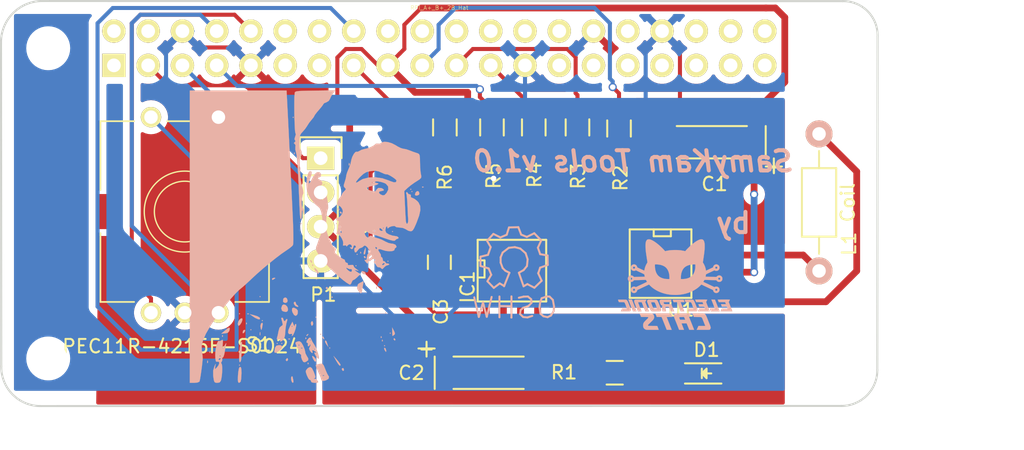
<source format=kicad_pcb>
(kicad_pcb (version 20221018) (generator pcbnew)
  (title_block (title "SamyKamTools") (date "2016-12-19") (rev "1.0") (company "Electronic Cats") (comment 1 "Andres Sabas"))
  (layers (0 "F.Cu" signal) (31 "B.Cu" signal) (34 "B.Paste" user) (35 "F.Paste" user) (36 "B.SilkS" user "B.Silkscreen") (37 "F.SilkS" user "F.Silkscreen") (38 "B.Mask" user) (39 "F.Mask" user) (44 "Edge.Cuts" user))
  (net 0 "")
  (net 1 "VCC")
  (net 2 "GND")
  (net 3 "/RST")
  (net 4 "/MOSI")
  (net 5 "/MISO")
  (net 6 "/SCK")
  (net 7 "Net-(L1-Pad1)")
  (net 8 "Net-(L1-Pad2)")
  (net 9 "Net-(U2-Pad2)")
  (net 10 "Net-(U2-Pad4)")
  (net 11 "Net-(U2-Pad13)")
  (net 12 "Net-(U2-Pad14)")
  (net 13 "Net-(U2-Pad20)")
  (net 14 "Net-(U2-Pad22)")
  (net 15 "Net-(U2-Pad24)")
  (net 16 "Net-(U2-Pad27)")
  (net 17 "Net-(U2-Pad28)")
  (net 18 "Net-(U2-Pad32)")
  (net 19 "Net-(U2-Pad33)")
  (net 20 "Net-(U2-Pad36)")
  (net 21 "Net-(U2-Pad37)")
  (net 22 "Net-(U2-Pad38)")
  (net 23 "Net-(U2-Pad39)")
  (net 24 "Net-(U2-Pad18)")
  (net 25 "/GPIO4")
  (net 26 "Net-(U2-Pad35)")
  (net 27 "Net-(U2-Pad40)")
  (net 28 "Net-(D1-Pad2)")
  (net 29 "Net-(D1-Pad1)")
  (net 30 "Net-(IC1-Pad6)")
  (net 31 "Net-(IC1-Pad5)")
  (net 32 "Net-(IC1-Pad3)")
  (net 33 "Net-(IC1-Pad1)")
  (net 34 "/SDA")
  (net 35 "/SCL")
  (net 36 "Net-(U1-Pad8)")
  (net 37 "Net-(U1-Pad1)")
  (net 38 "/GPIO15")
  (net 39 "Net-(U2-Pad26)")
  (net 40 "Net-(U2-Pad29)")
  (net 41 "Net-(U2-Pad31)")
  (net 42 "/GPIO23")
  (net 43 "/GPIO14")
  (net 44 "Net-(U2-Pad11)")
  (net 45 "Net-(U2-Pad12)")
  (footprint "Resistors_ThroughHole:Resistor_Horizontal_RM10mm" (layer "F.Cu") (at 146.05 137.16 90)
    (fp_text reference "L1" (at -3.07 2.23 90) (layer "F.SilkS"))
    (fp_text value "Coil" (at -0.02 2.13 90) (layer "F.SilkS"))
    (pad "1" thru_hole circle (at -5.08 0 90) (size 1.99898 1.99898) (drill 1.00076) (layers "*.Cu" "*.SilkS" "*.Mask") (net 7 "Net-(L1-Pad1)"))
    (pad "2" thru_hole circle (at 5.08 0 90) (size 1.99898 1.99898) (drill 1.00076) (layers "*.Cu" "*.SilkS" "*.Mask") (net 8 "Net-(L1-Pad2)"))
  )
  (footprint "TIH:z_RPiZero_Hat_NPTH" (layer "F.Cu") (at 117.9 137.23)
    (fp_text reference "U2")
    (fp_text value "RPi_A+_B+_2B_Hat" (at 0 -14.5) (layer "F.SilkS") (effects (font (size 0.3 0.3) (thickness 0.03))))
    (pad "" np_thru_hole circle (at -29 -11.5) (size 2.75 2.75) (drill 2.75) (layers "*.Cu" "*.Mask"))
    (pad "" np_thru_hole circle (at -29 11.5) (size 2.75 2.75) (drill 2.75) (layers "*.Cu" "*.Mask"))
    (pad "" np_thru_hole circle (at 29 -11.5) (size 2.75 2.75) (drill 2.75) (layers "*.Cu" "*.Mask"))
    (pad "" np_thru_hole circle (at 29 11.5) (size 2.75 2.75) (drill 2.75) (layers "*.Cu" "*.Mask"))
    (pad "1" thru_hole rect (at -24.13 -10.23 180) (size 1.7272 1.7272) (drill 1.016) (layers "*.Cu" "*.Mask" "F.SilkS") (net 1 "VCC"))
    (pad "2" thru_hole circle (at -24.13 -12.77 180) (size 1.7272 1.7272) (drill 1.016) (layers "*.Cu" "*.Mask" "F.SilkS") (net 9 "Net-(U2-Pad2)"))
    (pad "3" thru_hole circle (at -21.59 -10.23 180) (size 1.7272 1.7272) (drill 1.016) (layers "*.Cu" "*.Mask" "F.SilkS") (net 34 "/SDA"))
    (pad "4" thru_hole circle (at -21.59 -12.77 180) (size 1.7272 1.7272) (drill 1.016) (layers "*.Cu" "*.Mask" "F.SilkS") (net 10 "Net-(U2-Pad4)"))
    (pad "5" thru_hole circle (at -19.05 -10.23 180) (size 1.7272 1.7272) (drill 1.016) (layers "*.Cu" "*.Mask" "F.SilkS") (net 35 "/SCL"))
    (pad "6" thru_hole circle (at -19.05 -12.77 180) (size 1.7272 1.7272) (drill 1.016) (layers "*.Cu" "*.Mask" "F.SilkS") (net 2 "GND"))
    (pad "7" thru_hole circle (at -16.51 -10.23 180) (size 1.7272 1.7272) (drill 1.016) (layers "*.Cu" "*.Mask" "F.SilkS") (net 25 "/GPIO4"))
    (pad "8" thru_hole circle (at -16.51 -12.77 180) (size 1.7272 1.7272) (drill 1.016) (layers "*.Cu" "*.Mask" "F.SilkS") (net 43 "/GPIO14"))
    (pad "9" thru_hole circle (at -13.97 -10.23 180) (size 1.7272 1.7272) (drill 1.016) (layers "*.Cu" "*.Mask" "F.SilkS") (net 2 "GND"))
    (pad "10" thru_hole circle (at -13.97 -12.77 180) (size 1.7272 1.7272) (drill 1.016) (layers "*.Cu" "*.Mask" "F.SilkS") (net 38 "/GPIO15"))
    (pad "11" thru_hole circle (at -11.43 -10.23 180) (size 1.7272 1.7272) (drill 1.016) (layers "*.Cu" "*.Mask" "F.SilkS") (net 44 "Net-(U2-Pad11)"))
    (pad "12" thru_hole circle (at -11.43 -12.77 180) (size 1.7272 1.7272) (drill 1.016) (layers "*.Cu" "*.Mask" "F.SilkS") (net 45 "Net-(U2-Pad12)"))
    (pad "13" thru_hole circle (at -8.89 -10.23 180) (size 1.7272 1.7272) (drill 1.016) (layers "*.Cu" "*.Mask" "F.SilkS") (net 11 "Net-(U2-Pad13)"))
    (pad "14" thru_hole circle (at -8.89 -12.77 180) (size 1.7272 1.7272) (drill 1.016) (layers "*.Cu" "*.Mask" "F.SilkS") (net 12 "Net-(U2-Pad14)"))
    (pad "15" thru_hole circle (at -6.35 -10.23 180) (size 1.7272 1.7272) (drill 1.016) (layers "*.Cu" "*.Mask" "F.SilkS") (net 3 "/RST"))
    (pad "16" thru_hole circle (at -6.35 -12.77 180) (size 1.7272 1.7272) (drill 1.016) (layers "*.Cu" "*.Mask" "F.SilkS") (net 42 "/GPIO23"))
    (pad "17" thru_hole circle (at -3.81 -10.23 180) (size 1.7272 1.7272) (drill 1.016) (layers "*.Cu" "*.Mask" "F.SilkS") (net 1 "VCC"))
    (pad "18" thru_hole circle (at -3.81 -12.77 180) (size 1.7272 1.7272) (drill 1.016) (layers "*.Cu" "*.Mask" "F.SilkS") (net 24 "Net-(U2-Pad18)"))
    (pad "19" thru_hole circle (at -1.27 -10.23 180) (size 1.7272 1.7272) (drill 1.016) (layers "*.Cu" "*.Mask" "F.SilkS") (net 4 "/MOSI"))
    (pad "20" thru_hole circle (at -1.27 -12.77 180) (size 1.7272 1.7272) (drill 1.016) (layers "*.Cu" "*.Mask" "F.SilkS") (net 13 "Net-(U2-Pad20)"))
    (pad "21" thru_hole circle (at 1.27 -10.23 180) (size 1.7272 1.7272) (drill 1.016) (layers "*.Cu" "*.Mask" "F.SilkS") (net 5 "/MISO"))
    (pad "22" thru_hole circle (at 1.27 -12.77 180) (size 1.7272 1.7272) (drill 1.016) (layers "*.Cu" "*.Mask" "F.SilkS") (net 14 "Net-(U2-Pad22)"))
    (pad "23" thru_hole circle (at 3.81 -10.23 180) (size 1.7272 1.7272) (drill 1.016) (layers "*.Cu" "*.Mask" "F.SilkS") (net 6 "/SCK"))
    (pad "24" thru_hole circle (at 3.81 -12.77 180) (size 1.7272 1.7272) (drill 1.016) (layers "*.Cu" "*.Mask" "F.SilkS") (net 15 "Net-(U2-Pad24)"))
    (pad "25" thru_hole circle (at 6.35 -10.23 180) (size 1.7272 1.7272) (drill 1.016) (layers "*.Cu" "*.Mask" "F.SilkS") (net 2 "GND"))
    (pad "26" thru_hole circle (at 6.35 -12.77 180) (size 1.7272 1.7272) (drill 1.016) (layers "*.Cu" "*.Mask" "F.SilkS") (net 39 "Net-(U2-Pad26)"))
    (pad "27" thru_hole circle (at 8.89 -10.23 180) (size 1.7272 1.7272) (drill 1.016) (layers "*.Cu" "*.Mask" "F.SilkS") (net 16 "Net-(U2-Pad27)"))
    (pad "28" thru_hole circle (at 8.89 -12.77 180) (size 1.7272 1.7272) (drill 1.016) (layers "*.Cu" "*.Mask" "F.SilkS") (net 17 "Net-(U2-Pad28)"))
    (pad "29" thru_hole circle (at 11.43 -10.23 180) (size 1.7272 1.7272) (drill 1.016) (layers "*.Cu" "*.Mask" "F.SilkS") (net 40 "Net-(U2-Pad29)"))
    (pad "30" thru_hole circle (at 11.43 -12.77 180) (size 1.7272 1.7272) (drill 1.016) (layers "*.Cu" "*.Mask" "F.SilkS") (net 2 "GND"))
    (pad "31" thru_hole circle (at 13.97 -10.23 180) (size 1.7272 1.7272) (drill 1.016) (layers "*.Cu" "*.Mask" "F.SilkS") (net 41 "Net-(U2-Pad31)"))
    (pad "32" thru_hole circle (at 13.97 -12.77 180) (size 1.7272 1.7272) (drill 1.016) (layers "*.Cu" "*.Mask" "F.SilkS") (net 18 "Net-(U2-Pad32)"))
    (pad "33" thru_hole circle (at 16.51 -10.23 180) (size 1.7272 1.7272) (drill 1.016) (layers "*.Cu" "*.Mask" "F.SilkS") (net 19 "Net-(U2-Pad33)"))
    (pad "34" thru_hole circle (at 16.51 -12.77 180) (size 1.7272 1.7272) (drill 1.016) (layers "*.Cu" "*.Mask" "F.SilkS") (net 2 "GND"))
    (pad "35" thru_hole circle (at 19.05 -10.23 180) (size 1.7272 1.7272) (drill 1.016) (layers "*.Cu" "*.Mask" "F.SilkS") (net 26 "Net-(U2-Pad35)"))
    (pad "36" thru_hole circle (at 19.05 -12.77 180) (size 1.7272 1.7272) (drill 1.016) (layers "*.Cu" "*.Mask" "F.SilkS") (net 20 "Net-(U2-Pad36)"))
    (pad "37" thru_hole circle (at 21.59 -10.23 180) (size 1.7272 1.7272) (drill 1.016) (layers "*.Cu" "*.Mask" "F.SilkS") (net 21 "Net-(U2-Pad37)"))
    (pad "38" thru_hole circle (at 21.59 -12.77 180) (size 1.7272 1.7272) (drill 1.016) (layers "*.Cu" "*.Mask" "F.SilkS") (net 22 "Net-(U2-Pad38)"))
    (pad "39" thru_hole circle (at 24.13 -10.23 180) (size 1.7272 1.7272) (drill 1.016) (layers "*.Cu" "*.Mask" "F.SilkS") (net 23 "Net-(U2-Pad39)"))
    (pad "40" thru_hole circle (at 24.13 -12.77 180) (size 1.7272 1.7272) (drill 1.016) (layers "*.Cu" "*.Mask" "F.SilkS") (net 27 "Net-(U2-Pad40)"))
  )
  (footprint "LEDs:LED_0805" (layer "F.Cu") (at 137.71 149.84)
    (fp_text reference "D1" (at 0 -1.75) (layer "F.SilkS"))
    (fp_text value "LED")
    (pad "1" smd rect (at -1.04902 0 180) (size 1.19888 1.19888) (layers "F.Cu" "F.Paste" "F.Mask") (net 29 "Net-(D1-Pad1)"))
    (pad "2" smd rect (at 1.04902 0 180) (size 1.19888 1.19888) (layers "F.Cu" "F.Paste" "F.Mask") (net 28 "Net-(D1-Pad2)"))
  )
  (footprint "SMD_Packages:SOIC-8-N" (layer "F.Cu") (at 123.28 142.22)
    (fp_text reference "IC1" (at -3.29 1.21 90) (layer "F.SilkS"))
    (fp_text value "ATTINY85-P")
    (pad "1" smd rect (at -1.905 3.175) (size 0.508 1.143) (layers "F.Cu" "F.Paste" "F.Mask") (net 33 "Net-(IC1-Pad1)"))
    (pad "2" smd rect (at -0.635 3.175) (size 0.508 1.143) (layers "F.Cu" "F.Paste" "F.Mask") (net 28 "Net-(D1-Pad2)"))
    (pad "3" smd rect (at 0.635 3.175) (size 0.508 1.143) (layers "F.Cu" "F.Paste" "F.Mask") (net 32 "Net-(IC1-Pad3)"))
    (pad "4" smd rect (at 1.905 3.175) (size 0.508 1.143) (layers "F.Cu" "F.Paste" "F.Mask") (net 2 "GND"))
    (pad "5" smd rect (at 1.905 -3.175) (size 0.508 1.143) (layers "F.Cu" "F.Paste" "F.Mask") (net 31 "Net-(IC1-Pad5)"))
    (pad "6" smd rect (at 0.635 -3.175) (size 0.508 1.143) (layers "F.Cu" "F.Paste" "F.Mask") (net 30 "Net-(IC1-Pad6)"))
    (pad "7" smd rect (at -0.635 -3.175) (size 0.508 1.143) (layers "F.Cu" "F.Paste" "F.Mask") (net 25 "/GPIO4"))
    (pad "8" smd rect (at -1.905 -3.175) (size 0.508 1.143) (layers "F.Cu" "F.Paste" "F.Mask") (net 1 "VCC"))
  )
  (footprint "Pin_Headers:Pin_Header_Straight_1x04" (layer "F.Cu") (at 109.1 133.88)
    (fp_text reference "P1" (at 0.2 10.12) (layer "F.SilkS"))
    (fp_text value "OLED" (at 3 3.82 90) (layer "F.SilkS"))
    (pad "1" thru_hole rect (at 0 0) (size 2.032 1.7272) (drill 1.016) (layers "*.Cu" "*.Mask" "F.SilkS") (net 34 "/SDA"))
    (pad "2" thru_hole oval (at 0 2.54) (size 2.032 1.7272) (drill 1.016) (layers "*.Cu" "*.Mask" "F.SilkS") (net 35 "/SCL"))
    (pad "3" thru_hole oval (at 0 5.08) (size 2.032 1.7272) (drill 1.016) (layers "*.Cu" "*.Mask" "F.SilkS") (net 1 "VCC"))
    (pad "4" thru_hole oval (at 0 7.62) (size 2.032 1.7272) (drill 1.016) (layers "*.Cu" "*.Mask" "F.SilkS") (net 2 "GND"))
  )
  (footprint "Resistors_SMD:R_0805_HandSoldering" (layer "F.Cu") (at 130.9 149.79 180)
    (fp_text reference "R1" (at 3.76 0.03 180) (layer "F.SilkS"))
    (fp_text value "330")
    (pad "1" smd rect (at -1.35 0 180) (size 1.5 1.3) (layers "F.Cu" "F.Paste" "F.Mask") (net 29 "Net-(D1-Pad1)"))
    (pad "2" smd rect (at 1.35 0 180) (size 1.5 1.3) (layers "F.Cu" "F.Paste" "F.Mask") (net 2 "GND"))
  )
  (footprint "Resistors_SMD:R_0805_HandSoldering" (layer "F.Cu") (at 131.22 131.68 -90)
    (fp_text reference "R2" (at 3.68 -0.11 270) (layer "F.SilkS"))
    (fp_text value "1K")
    (pad "1" smd rect (at -1.35 0 270) (size 1.5 1.3) (layers "F.Cu" "F.Paste" "F.Mask") (net 4 "/MOSI"))
    (pad "2" smd rect (at 1.35 0 270) (size 1.5 1.3) (layers "F.Cu" "F.Paste" "F.Mask") (net 31 "Net-(IC1-Pad5)"))
  )
  (footprint "Resistors_SMD:R_0805_HandSoldering" (layer "F.Cu") (at 128.14 131.6 -90)
    (fp_text reference "R3" (at 3.62 -0.05 270) (layer "F.SilkS"))
    (fp_text value "1K")
    (pad "1" smd rect (at -1.35 0 270) (size 1.5 1.3) (layers "F.Cu" "F.Paste" "F.Mask") (net 5 "/MISO"))
    (pad "2" smd rect (at 1.35 0 270) (size 1.5 1.3) (layers "F.Cu" "F.Paste" "F.Mask") (net 30 "Net-(IC1-Pad6)"))
  )
  (footprint "Resistors_SMD:R_0805_HandSoldering" (layer "F.Cu") (at 124.9 131.6 -90)
    (fp_text reference "R4" (at 3.52 -0.05 270) (layer "F.SilkS"))
    (fp_text value "1K")
    (pad "1" smd rect (at -1.35 0 270) (size 1.5 1.3) (layers "F.Cu" "F.Paste" "F.Mask") (net 6 "/SCK"))
    (pad "2" smd rect (at 1.35 0 270) (size 1.5 1.3) (layers "F.Cu" "F.Paste" "F.Mask") (net 25 "/GPIO4"))
  )
  (footprint "Resistors_SMD:R_0805_HandSoldering" (layer "F.Cu") (at 121.8 131.6 -90)
    (fp_text reference "R5" (at 3.6 -0.12 270) (layer "F.SilkS"))
    (fp_text value "10K")
    (pad "1" smd rect (at -1.35 0 270) (size 1.5 1.3) (layers "F.Cu" "F.Paste" "F.Mask") (net 25 "/GPIO4"))
    (pad "2" smd rect (at 1.35 0 270) (size 1.5 1.3) (layers "F.Cu" "F.Paste" "F.Mask") (net 2 "GND"))
  )
  (footprint "Resistors_SMD:R_0805_HandSoldering" (layer "F.Cu") (at 118.31 131.6 90)
    (fp_text reference "R6" (at -3.7 -0.01 90) (layer "F.SilkS"))
    (fp_text value "1K")
    (pad "1" smd rect (at -1.35 0 90) (size 1.5 1.3) (layers "F.Cu" "F.Paste" "F.Mask") (net 33 "Net-(IC1-Pad1)"))
    (pad "2" smd rect (at 1.35 0 90) (size 1.5 1.3) (layers "F.Cu" "F.Paste" "F.Mask") (net 3 "/RST"))
  )
  (footprint "Libs:SW_PEC11R-4215F-S0024" (layer "F.Cu") (at 99.02 137.84)
    (fp_text reference "S1" (at 5.48 9.86) (layer "F.SilkS"))
    (fp_text value "PEC11R-4215F-S0024" (at -0.214 9.988) (layer "F.SilkS"))
    (pad "1" thru_hole circle (at -2.5 -7) (size 1.508 1.508) (drill 1) (layers "*.Cu" "*.Mask" "F.SilkS") (net 42 "/GPIO23"))
    (pad "2" thru_hole circle (at 2.5 -7) (size 1.508 1.508) (drill 1) (layers "*.Cu" "*.Mask" "F.SilkS") (net 2 "GND"))
    (pad "A" thru_hole circle (at -2.5 7.5) (size 1.508 1.508) (drill 1) (layers "*.Cu" "*.Mask" "F.SilkS") (net 38 "/GPIO15"))
    (pad "B" thru_hole circle (at 2.5 7.5) (size 1.508 1.508) (drill 1) (layers "*.Cu" "*.Mask" "F.SilkS") (net 43 "/GPIO14"))
    (pad "C" thru_hole circle (at 0 7.5) (size 1.508 1.508) (drill 1) (layers "*.Cu" "*.Mask" "F.SilkS") (net 2 "GND"))
    (pad "P1" smd rect (at -5.7 0) (size 1.8 2.6) (layers "F.Cu" "F.Paste" "F.Mask"))
    (pad "P2" smd rect (at 5.7 0) (size 1.8 2.6) (layers "F.Cu" "F.Paste" "F.Mask"))
  )
  (footprint "SMD_Packages:SOIC-8-N" (layer "F.Cu") (at 134.3 141.7 -90)
    (fp_text reference "U1" (at 3.4 -1.5) (layer "F.SilkS"))
    (fp_text value "TC4424")
    (pad "1" smd rect (at -1.905 3.175 270) (size 0.508 1.143) (layers "F.Cu" "F.Paste" "F.Mask") (net 37 "Net-(U1-Pad1)"))
    (pad "2" smd rect (at -0.635 3.175 270) (size 0.508 1.143) (layers "F.Cu" "F.Paste" "F.Mask") (net 31 "Net-(IC1-Pad5)"))
    (pad "3" smd rect (at 0.635 3.175 270) (size 0.508 1.143) (layers "F.Cu" "F.Paste" "F.Mask") (net 2 "GND"))
    (pad "4" smd rect (at 1.905 3.175 270) (size 0.508 1.143) (layers "F.Cu" "F.Paste" "F.Mask") (net 30 "Net-(IC1-Pad6)"))
    (pad "5" smd rect (at 1.905 -3.175 270) (size 0.508 1.143) (layers "F.Cu" "F.Paste" "F.Mask") (net 8 "Net-(L1-Pad2)"))
    (pad "6" smd rect (at 0.635 -3.175 270) (size 0.508 1.143) (layers "F.Cu" "F.Paste" "F.Mask") (net 1 "VCC"))
    (pad "7" smd rect (at -0.635 -3.175 270) (size 0.508 1.143) (layers "F.Cu" "F.Paste" "F.Mask") (net 7 "Net-(L1-Pad1)"))
    (pad "8" smd rect (at -1.905 -3.175 270) (size 0.508 1.143) (layers "F.Cu" "F.Paste" "F.Mask") (net 36 "Net-(U1-Pad8)"))
  )
  (footprint "Capacitors_Tantalum_SMD:TantalC_SizeA_EIA-3216_HandSoldering" (layer "F.Cu") (at 138.1 132.7 180)
    (fp_text reference "C1" (at -0.20066 -3.0988 180) (layer "F.SilkS"))
    (fp_text value "100uF")
    (fp_text user "+" (at -4.59994 -1.80086 180) (layer "F.SilkS"))
    (pad "1" smd rect (at -1.99898 0 180) (size 2.99974 1.50114) (layers "F.Cu" "F.Paste" "F.Mask") (net 1 "VCC"))
    (pad "2" smd rect (at 1.99898 0 180) (size 2.99974 1.50114) (layers "F.Cu" "F.Paste" "F.Mask") (net 2 "GND"))
  )
  (footprint "Capacitors_Tantalum_SMD:TantalC_SizeA_EIA-3216_HandSoldering" (layer "F.Cu") (at 121.55 149.79)
    (fp_text reference "C2" (at -5.72 0.01) (layer "F.SilkS"))
    (fp_text value "100uF")
    (fp_text user "+" (at -4.59994 -1.80086) (layer "F.SilkS"))
    (pad "1" smd rect (at -1.99898 0) (size 2.99974 1.50114) (layers "F.Cu" "F.Paste" "F.Mask") (net 1 "VCC"))
    (pad "2" smd rect (at 1.99898 0) (size 2.99974 1.50114) (layers "F.Cu" "F.Paste" "F.Mask") (net 2 "GND"))
  )
  (footprint "Capacitors_SMD:C_0805_HandSoldering" (layer "F.Cu") (at 117.9 141.6 -90)
    (fp_text reference "C3" (at 3.67 -0.11 270) (layer "F.SilkS"))
    (fp_text value "0.1uF")
    (pad "1" smd rect (at -1.25 0 270) (size 1.5 1.25) (layers "F.Cu" "F.Paste" "F.Mask") (net 1 "VCC"))
    (pad "2" smd rect (at 1.25 0 270) (size 1.5 1.25) (layers "F.Cu" "F.Paste" "F.Mask") (net 2 "GND"))
  )
  (footprint "Symbols:Symbol_OSHW-Logo_SilkScreen" (layer "B.Cu") (at 123.444 141.478 180)
    (fp_text reference "" (at 0.09906 4.38912 180) (layer "B.SilkS") (effects (justify mirror)))
    (fp_text value "OSHW-Logo")
  )
  (footprint "theinventorhouse:electronic_cats_logo_8x6" (layer "B.Cu") (at 135.382 143.256 180)
    (fp_text reference "G***" hide)
    (fp_text value "LOGO" hide)
  )
  (footprint "TIH:samykamkar" (layer "B.Cu") (at 110.236 139.7 180)
    (fp_text reference "G***" hide)
    (fp_text value "LOGO" hide)
  )
  (gr_line (start 147.69 152.25) (end 88.3 152.26) (stroke (width 0.15)) (layer "Edge.Cuts"))
  (gr_arc (start 150.37 149.59) (mid 149.586681 151.480984) (end 147.689774 152.249846) (stroke (width 0.15)) (layer "Edge.Cuts"))
  (gr_arc (start 85.4 125.33) (mid 86.306333 123.115058) (end 88.52976 122.229744) (stroke (width 0.15)) (layer "Edge.Cuts"))
  (gr_line (start 150.39 124.86) (end 150.37 149.58) (stroke (width 0.15)) (layer "Edge.Cuts"))
  (gr_line (start 85.42 149.3) (end 85.4 125.33) (stroke (width 0.15)) (layer "Edge.Cuts"))
  (gr_arc (start 147.79 122.24) (mid 149.65472 122.989935) (end 150.391135 124.860036) (stroke (width 0.15)) (layer "Edge.Cuts"))
  (gr_line (start 88.53 122.23) (end 147.78 122.24) (stroke (width 0.15)) (layer "Edge.Cuts"))
  (gr_arc (start 88.31 152.26) (mid 86.244997 151.385947) (end 85.420591 149.300627) (stroke (width 0.15)) (layer "Edge.Cuts"))
  (gr_text "by" (at 139.7 138.684) (layer "B.SilkS") (effects (font (size 1.5 1.5) (thickness 0.3)) (justify mirror)))
  (gr_text "SamyKam Tools v1.0" (at 132.334 134.112) (layer "B.SilkS") (effects (font (size 1.5 1.5) (thickness 0.3) italic) (justify mirror)))
  (segment (start 142.112519 122.746389) (end 142.812389 122.746389) (width 0.5) (layer "F.Cu") (net 1))
  (segment (start 117.9 139.3) (end 120 137.2) (width 0.5) (layer "F.Cu") (net 1))
  (segment (start 111.252 131.064) (end 111.252 136.9604) (width 0.5) (layer "F.Cu") (net 1))
  (segment (start 119.55102 149.79) (end 118.80172 149.79) (width 0.3) (layer "F.Cu") (net 1))
  (segment (start 120 137.2) (end 120 129) (width 0.5) (layer "F.Cu") (net 1))
  (segment (start 115.303601 123.990269) (end 115.303601 125.786399) (width 0.3) (layer "F.Cu") (net 1))
  (segment (start 120 129) (end 116.09 129) (width 0.5) (layer "F.Cu") (net 1))
  (segment (start 119.08 139.045) (end 120.821 139.045) (width 0.5) (layer "F.Cu") (net 1))
  (segment (start 114.953599 126.136401) (end 114.09 127) (width 0.3) (layer "F.Cu") (net 1))
  (segment (start 117.75115 147.45875) (end 109.2524 138.96) (width 0.5) (layer "F.Cu") (net 1))
  (segment (start 110.967471 125.786399) (end 110.336399 126.417471) (width 0.3) (layer "F.Cu") (net 1))
  (segment (start 142.112519 122.746389) (end 116.547481 122.746389) (width 0.5) (layer "F.Cu") (net 1))
  (segment (start 137.7925 142.335) (end 137.475 142.335) (width 0.28) (layer "F.Cu") (net 1))
  (segment (start 137.475 142.335) (end 141.235 142.335) (width 0.5) (layer "F.Cu") (net 1))
  (segment (start 118.80172 149.79) (end 117.75115 148.73943) (width 0.5) (layer "F.Cu") (net 1))
  (segment (start 143.51 128.23841) (end 143.243601 128.504809) (width 0.5) (layer "F.Cu") (net 1))
  (segment (start 117.9 140.35) (end 117.9 140.225) (width 0.3) (layer "F.Cu") (net 1))
  (segment (start 140.09898 132.7) (end 140.09898 131.64943) (width 0.5) (layer "F.Cu") (net 1))
  (segment (start 117.9 140.35) (end 117.9 139.3) (width 0.5) (layer "F.Cu") (net 1))
  (segment (start 112.132529 125.786399) (end 110.967471 125.786399) (width 0.3) (layer "F.Cu") (net 1))
  (segment (start 117.9 140.225) (end 119.08 139.045) (width 0.5) (layer "F.Cu") (net 1))
  (segment (start 109.1 138.96) (end 108.9476 138.96) (width 0.3) (layer "F.Cu") (net 1))
  (segment (start 113.34613 127) (end 112.132529 125.786399) (width 0.3) (layer "F.Cu") (net 1))
  (segment (start 141.235 133.83602) (end 140.09898 132.7) (width 0.5) (layer "F.Cu") (net 1))
  (segment (start 141.235 136.565) (end 141.235 133.83602) (width 0.5) (layer "F.Cu") (net 1))
  (segment (start 142.812389 122.746389) (end 143.51 123.444) (width 0.5) (layer "F.Cu") (net 1))
  (segment (start 143.51 123.444) (end 143.51 128.23841) (width 0.5) (layer "F.Cu") (net 1))
  (segment (start 109.2524 138.96) (end 109.1 138.96) (width 0.3) (layer "F.Cu") (net 1))
  (segment (start 140.09898 131.64943) (end 143.243601 128.504809) (width 0.5) (layer "F.Cu") (net 1))
  (segment (start 110.336399 126.417471) (end 110.336399 130.148399) (width 0.3) (layer "F.Cu") (net 1))
  (segment (start 111.252 136.9604) (end 110.46601 137.74639) (width 0.5) (layer "F.Cu") (net 1))
  (segment (start 116.547481 122.746389) (end 115.303601 123.990269) (width 0.3) (layer "F.Cu") (net 1))
  (segment (start 120.821 139.045) (end 121.375 139.045) (width 0.5) (layer "F.Cu") (net 1))
  (segment (start 114.09 127) (end 113.34613 127) (width 0.3) (layer "F.Cu") (net 1))
  (segment (start 110.336399 130.148399) (end 111.252 131.064) (width 0.5) (layer "F.Cu") (net 1))
  (segment (start 110.46601 137.74639) (end 109.2524 138.96) (width 0.5) (layer "F.Cu") (net 1))
  (segment (start 115.303601 125.786399) (end 114.953599 126.136401) (width 0.3) (layer "F.Cu") (net 1))
  (segment (start 117.75115 148.73943) (end 117.75115 147.45875) (width 0.5) (layer "F.Cu") (net 1))
  (segment (start 116.09 129) (end 114.09 127) (width 0.5) (layer "F.Cu") (net 1))
  (via (at 141.235 142.335) (size 0.6) (drill 0.4) (layers "F.Cu" "B.Cu") (net 1))
  (via (at 141.235 136.565) (size 0.6) (drill 0.4) (layers "F.Cu" "B.Cu") (net 1))
  (segment (start 141.235 142.335) (end 141.235 136.565) (width 0.5) (layer "B.Cu") (net 1))
  (segment (start 136.10102 131.64943) (end 136.10102 132.7) (width 0.3) (layer "F.Cu") (net 2))
  (segment (start 135.736399 131.284809) (end 136.10102 131.64943) (width 0.3) (layer "F.Cu") (net 2))
  (segment (start 121.8 132.95) (end 121.8 134) (width 0.3) (layer "F.Cu") (net 2))
  (segment (start 102.86 141.5) (end 99.02 145.34) (width 0.3) (layer "F.Cu") (net 2))
  (segment (start 121.92 134.12) (end 121.92 135.382) (width 0.3) (layer "F.Cu") (net 2))
  (segment (start 99.713599 125.323599) (end 98.85 124.46) (width 0.3) (layer "F.Cu") (net 2))
  (segment (start 109.1 141.5) (end 102.86 141.5) (width 0.3) (layer "F.Cu") (net 2))
  (segment (start 129.55 149.79) (end 123.54898 149.79) (width 0.3) (layer "F.Cu") (net 2))
  (segment (start 121.8 134) (end 121.92 134.12) (width 0.3) (layer "F.Cu") (net 2))
  (segment (start 103.93 127) (end 102.603601 125.673601) (width 0.3) (layer "F.Cu") (net 2))
  (segment (start 118.002 142.748) (end 117.9 142.85) (width 0.3) (layer "F.Cu") (net 2))
  (segment (start 135.736399 125.786399) (end 135.736399 131.284809) (width 0.3) (layer "F.Cu") (net 2))
  (segment (start 102.603601 125.673601) (end 100.063601 125.673601) (width 0.3) (layer "F.Cu") (net 2))
  (segment (start 100.063601 125.673601) (end 99.713599 125.323599) (width 0.3) (layer "F.Cu") (net 2))
  (segment (start 134.41 124.46) (end 135.736399 125.786399) (width 0.3) (layer "F.Cu") (net 2))
  (via (at 121.92 135.382) (size 0.6) (drill 0.4) (layers "F.Cu" "B.Cu") (net 2))
  (segment (start 115.728 146.812) (end 117.294002 146.812) (width 0.3) (layer "B.Cu") (net 2))
  (segment (start 133.546401 125.323599) (end 134.41 124.46) (width 0.3) (layer "B.Cu") (net 2))
  (segment (start 110.416 141.5) (end 115.728 146.812) (width 0.3) (layer "B.Cu") (net 2))
  (segment (start 100.453683 130.84) (end 97.636399 128.022716) (width 0.3) (layer "B.Cu") (net 2))
  (segment (start 97.636399 128.022716) (end 97.636399 125.673601) (width 0.3) (layer "B.Cu") (net 2))
  (segment (start 117.294002 146.812) (end 133.196399 130.909603) (width 0.3) (layer "B.Cu") (net 2))
  (segment (start 97.636399 125.673601) (end 97.986401 125.323599) (width 0.3) (layer "B.Cu") (net 2))
  (segment (start 98.85 124.46) (end 99.60867 124.46) (width 0.28) (layer "B.Cu") (net 2))
  (segment (start 109.1 141.5) (end 109.2524 141.5) (width 0.3) (layer "B.Cu") (net 2))
  (segment (start 133.196399 130.909603) (end 133.196399 125.673601) (width 0.3) (layer "B.Cu") (net 2))
  (segment (start 121.92 135.382) (end 124.25 133.052) (width 0.3) (layer "B.Cu") (net 2))
  (segment (start 124.25 133.052) (end 124.25 127) (width 0.3) (layer "B.Cu") (net 2))
  (segment (start 97.986401 125.323599) (end 98.85 124.46) (width 0.3) (layer "B.Cu") (net 2))
  (segment (start 109.1 141.5) (end 110.416 141.5) (width 0.3) (layer "B.Cu") (net 2))
  (segment (start 101.52 130.84) (end 100.453683 130.84) (width 0.3) (layer "B.Cu") (net 2))
  (segment (start 133.196399 125.673601) (end 133.546401 125.323599) (width 0.3) (layer "B.Cu") (net 2))
  (segment (start 118.31 130.25) (end 114.8 130.25) (width 0.3) (layer "F.Cu") (net 3))
  (segment (start 114.8 130.25) (end 111.55 127) (width 0.3) (layer "F.Cu") (net 3))
  (segment (start 131.22 129.08) (end 130.75 128.61) (width 0.3) (layer "F.Cu") (net 4))
  (segment (start 131.22 130.33) (end 131.22 129.08) (width 0.3) (layer "F.Cu") (net 4))
  (via (at 130.75 128.61) (size 0.6) (drill 0.4) (layers "F.Cu" "B.Cu") (net 4))
  (segment (start 117.843601 123.990269) (end 117.843601 125.786399) (width 0.3) (layer "B.Cu") (net 4))
  (segment (start 129.39613 122.73) (end 119.10387 122.73) (width 0.3) (layer "B.Cu") (net 4))
  (segment (start 130.543601 127.979337) (end 130.543601 123.877471) (width 0.3) (layer "B.Cu") (net 4))
  (segment (start 130.75 128.61) (end 130.75 128.185736) (width 0.3) (layer "B.Cu") (net 4))
  (segment (start 117.843601 125.786399) (end 117.493599 126.136401) (width 0.3) (layer "B.Cu") (net 4))
  (segment (start 130.543601 123.877471) (end 129.39613 122.73) (width 0.3) (layer "B.Cu") (net 4))
  (segment (start 117.493599 126.136401) (end 116.63 127) (width 0.3) (layer "B.Cu") (net 4))
  (segment (start 119.10387 122.73) (end 117.843601 123.990269) (width 0.3) (layer "B.Cu") (net 4))
  (segment (start 130.75 128.185736) (end 130.543601 127.979337) (width 0.3) (layer "B.Cu") (net 4))
  (segment (start 127.386399 125.786399) (end 128.003601 126.403601) (width 0.3) (layer "F.Cu") (net 5))
  (segment (start 119.17 127) (end 120.383601 125.786399) (width 0.3) (layer "F.Cu") (net 5))
  (segment (start 128.14 129.2) (end 128.14 130.25) (width 0.3) (layer "F.Cu") (net 5))
  (segment (start 128.003601 129.063601) (end 128.14 129.2) (width 0.3) (layer "F.Cu") (net 5))
  (segment (start 120.383601 125.786399) (end 127.386399 125.786399) (width 0.3) (layer "F.Cu") (net 5))
  (segment (start 128.003601 126.403601) (end 128.003601 129.063601) (width 0.3) (layer "F.Cu") (net 5))
  (segment (start 124.9 130.19) (end 124.9 130.25) (width 0.3) (layer "F.Cu") (net 6))
  (segment (start 121.71 127) (end 124.9 130.19) (width 0.3) (layer "F.Cu") (net 6))
  (segment (start 146.05 142.24) (end 144.875 141.065) (width 0.5) (layer "F.Cu") (net 7))
  (segment (start 144.875 141.065) (end 137.475 141.065) (width 0.5) (layer "F.Cu") (net 7))
  (segment (start 138.3465 143.6805) (end 138.3465 143.605) (width 0.3) (layer "F.Cu") (net 8))
  (segment (start 139.192 144.526) (end 138.3465 143.6805) (width 0.5) (layer "F.Cu") (net 8))
  (segment (start 148.844 142.24) (end 146.558 144.526) (width 0.5) (layer "F.Cu") (net 8))
  (segment (start 138.3465 143.605) (end 137.475 143.605) (width 0.4) (layer "F.Cu") (net 8))
  (segment (start 146.05 132.08) (end 148.844 134.874) (width 0.5) (layer "F.Cu") (net 8))
  (segment (start 146.558 144.526) (end 139.192 144.526) (width 0.5) (layer "F.Cu") (net 8))
  (segment (start 148.844 134.874) (end 148.844 142.24) (width 0.5) (layer "F.Cu") (net 8))
  (segment (start 122.645 136.255) (end 122.645 138.1735) (width 0.3) (layer "F.Cu") (net 25))
  (segment (start 124.9 132.85) (end 122.3 130.25) (width 0.3) (layer "F.Cu") (net 25))
  (segment (start 124.9 132.95) (end 124.9 132.85) (width 0.3) (layer "F.Cu") (net 25))
  (segment (start 120.904 129.354) (end 121.8 130.25) (width 0.3) (layer "F.Cu") (net 25))
  (segment (start 124.9 132.95) (end 124.9 134) (width 0.3) (layer "F.Cu") (net 25))
  (segment (start 120.904 128.778) (end 120.904 129.354) (width 0.3) (layer "F.Cu") (net 25))
  (segment (start 122.645 138.1735) (end 122.645 139.045) (width 0.3) (layer "F.Cu") (net 25))
  (segment (start 124.9 134) (end 122.645 136.255) (width 0.3) (layer "F.Cu") (net 25))
  (segment (start 122.3 130.25) (end 121.8 130.25) (width 0.3) (layer "F.Cu") (net 25))
  (via (at 120.904 128.778) (size 0.6) (drill 0.4) (layers "F.Cu" "B.Cu") (net 25))
  (segment (start 102.914 128.524) (end 120.65 128.524) (width 0.3) (layer "B.Cu") (net 25))
  (segment (start 120.65 128.524) (end 120.904 128.778) (width 0.3) (layer "B.Cu") (net 25))
  (segment (start 101.39 127) (end 102.914 128.524) (width 0.3) (layer "B.Cu") (net 25))
  (segment (start 122.645 145.395) (end 122.645 145.70362) (width 0.3) (layer "F.Cu") (net 28))
  (segment (start 138.75902 148.94056) (end 138.75902 149.84) (width 0.3) (layer "F.Cu") (net 28))
  (segment (start 137.718468 147.900008) (end 138.75902 148.94056) (width 0.3) (layer "F.Cu") (net 28))
  (segment (start 122.645 145.7125) (end 122.645 145.395) (width 0.3) (layer "F.Cu") (net 28))
  (segment (start 122.645 145.70362) (end 124.841388 147.900008) (width 0.3) (layer "F.Cu") (net 28))
  (segment (start 124.841388 147.900008) (end 137.718468 147.900008) (width 0.3) (layer "F.Cu") (net 28))
  (segment (start 132.3 149.84) (end 132.25 149.79) (width 0.3) (layer "F.Cu") (net 29))
  (segment (start 136.66098 149.84) (end 132.3 149.84) (width 0.3) (layer "F.Cu") (net 29))
  (segment (start 128.1575 143.605) (end 123.915 139.3625) (width 0.3) (layer "F.Cu") (net 30))
  (segment (start 128.14 132.95) (end 128.14 134.5025) (width 0.3) (layer "F.Cu") (net 30))
  (segment (start 128.14 134.5025) (end 123.915 138.7275) (width 0.3) (layer "F.Cu") (net 30))
  (segment (start 131.125 143.605) (end 128.1575 143.605) (width 0.3) (layer "F.Cu") (net 30))
  (segment (start 123.915 139.3625) (end 123.915 139.045) (width 0.3) (layer "F.Cu") (net 30))
  (segment (start 123.915 138.7275) (end 123.915 139.045) (width 0.3) (layer "F.Cu") (net 30))
  (segment (start 131.125 141.065) (end 126.8875 141.065) (width 0.3) (layer "F.Cu") (net 31))
  (segment (start 131.22 133.03) (end 131.22 134.08) (width 0.3) (layer "F.Cu") (net 31))
  (segment (start 125.739 139.045) (end 125.185 139.045) (width 0.3) (layer "F.Cu") (net 31))
  (segment (start 131.22 134.08) (end 126.255 139.045) (width 0.3) (layer "F.Cu") (net 31))
  (segment (start 126.255 139.045) (end 125.739 139.045) (width 0.3) (layer "F.Cu") (net 31))
  (segment (start 126.8875 141.065) (end 125.185 139.3625) (width 0.3) (layer "F.Cu") (net 31))
  (segment (start 125.185 139.3625) (end 125.185 139.045) (width 0.3) (layer "F.Cu") (net 31))
  (segment (start 112.8 134.95) (end 114.8 132.95) (width 0.3) (layer "F.Cu") (net 33))
  (segment (start 121.375 145.395) (end 117.585 145.395) (width 0.3) (layer "F.Cu") (net 33))
  (segment (start 117.585 145.395) (end 112.8 140.61) (width 0.3) (layer "F.Cu") (net 33))
  (segment (start 112.8 140.61) (end 112.8 134.95) (width 0.3) (layer "F.Cu") (net 33))
  (segment (start 114.8 132.95) (end 118.31 132.95) (width 0.3) (layer "F.Cu") (net 33))
  (segment (start 96.31 127) (end 98.596 129.286) (width 0.3) (layer "F.Cu") (net 34))
  (segment (start 98.596 129.286) (end 103.19 129.286) (width 0.3) (layer "F.Cu") (net 34))
  (segment (start 108.9476 133.88) (end 109.1 133.88) (width 0.3) (layer "F.Cu") (net 34))
  (segment (start 103.19 129.286) (end 107.784 133.88) (width 0.3) (layer "F.Cu") (net 34))
  (segment (start 107.784 133.88) (end 109.1 133.88) (width 0.3) (layer "F.Cu") (net 34))
  (segment (start 109.1 136.42) (end 108.9476 136.42) (width 0.3) (layer "F.Cu") (net 35))
  (segment (start 101.136 129.286) (end 101.8136 129.286) (width 0.3) (layer "B.Cu") (net 35))
  (segment (start 101.8136 129.286) (end 108.9476 136.42) (width 0.3) (layer "B.Cu") (net 35))
  (segment (start 109.2524 136.42) (end 109.1 136.42) (width 0.3) (layer "B.Cu") (net 35))
  (segment (start 98.85 127) (end 101.136 129.286) (width 0.3) (layer "B.Cu") (net 35))
  (segment (start 108.9476 136.42) (end 109.1 136.42) (width 0.3) (layer "B.Cu") (net 35))
  (segment (start 102.716399 123.246399) (end 103.066401 123.596401) (width 0.3) (layer "F.Cu") (net 38))
  (segment (start 95.096399 142.850082) (end 95.096399 123.877471) (width 0.3) (layer "F.Cu") (net 38))
  (segment (start 95.096399 123.877471) (end 95.727471 123.246399) (width 0.3) (layer "F.Cu") (net 38))
  (segment (start 95.727471 123.246399) (end 102.716399 123.246399) (width 0.3) (layer "F.Cu") (net 38))
  (segment (start 103.066401 123.596401) (end 103.93 124.46) (width 0.3) (layer "F.Cu") (net 38))
  (segment (start 96.52 145.34) (end 96.52 144.273683) (width 0.3) (layer "F.Cu") (net 38))
  (segment (start 96.52 144.273683) (end 95.096399 142.850082) (width 0.3) (layer "F.Cu") (net 38))
  (segment (start 102.87 148.082) (end 102.87 137.19) (width 0.3) (layer "B.Cu") (net 42))
  (segment (start 111.55 124.46) (end 109.836389 122.746389) (width 0.3) (layer "B.Cu") (net 42))
  (segment (start 92.556399 144.880399) (end 95.758 148.082) (width 0.3) (layer "B.Cu") (net 42))
  (segment (start 109.836389 122.746389) (end 93.687481 122.746389) (width 0.3) (layer "B.Cu") (net 42))
  (segment (start 93.687481 122.746389) (end 92.556399 123.877471) (width 0.3) (layer "B.Cu") (net 42))
  (segment (start 95.758 148.082) (end 102.87 148.082) (width 0.3) (layer "B.Cu") (net 42))
  (segment (start 102.87 137.19) (end 96.52 130.84) (width 0.3) (layer "B.Cu") (net 42))
  (segment (start 92.556399 123.877471) (end 92.556399 144.880399) (width 0.3) (layer "B.Cu") (net 42))
  (segment (start 100.176399 123.246399) (end 95.727471 123.246399) (width 0.3) (layer "B.Cu") (net 43))
  (segment (start 95.096399 138.916399) (end 100.766001 144.586001) (width 0.3) (layer "B.Cu") (net 43))
  (segment (start 101.39 124.46) (end 100.176399 123.246399) (width 0.3) (layer "B.Cu") (net 43))
  (segment (start 95.727471 123.246399) (end 95.096399 123.877471) (width 0.3) (layer "B.Cu") (net 43))
  (segment (start 100.766001 144.586001) (end 101.52 145.34) (width 0.3) (layer "B.Cu") (net 43))
  (segment (start 95.096399 123.877471) (end 95.096399 138.916399) (width 0.3) (layer "B.Cu") (net 43))
  (zone (net 2) (net_name "GND") (layer "F.Cu") (connect_pads (clearance 0.508)) (min_thickness 0.254) (fill yes (thermal_gap 0.508) (thermal_bridge_width 0.508))
    (polygon (pts (xy 92.85 123.21) (xy 143.51 123.19) (xy 143.51 152.146) (xy 92.456 152.146)))
  )
  (zone (net 2) (net_name "GND") (layer "B.Cu") (connect_pads (clearance 0.508)) (min_thickness 0.254) (fill yes (thermal_gap 0.508) (thermal_bridge_width 0.508))
    (polygon (pts (xy 86.36 123.19) (xy 143.51 123.19) (xy 143.51 151.13) (xy 86.36 151.13)))
  )
)
</source>
